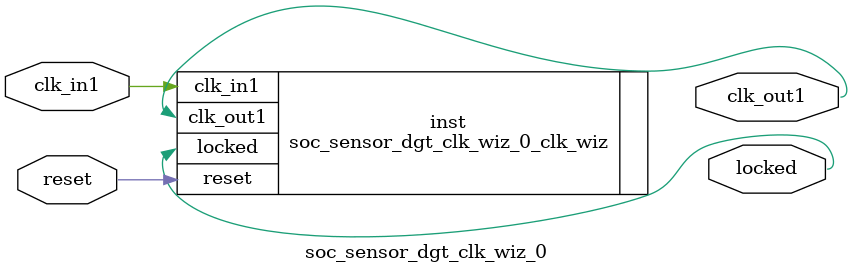
<source format=v>


`timescale 1ps/1ps

(* CORE_GENERATION_INFO = "soc_sensor_dgt_clk_wiz_0,clk_wiz_v6_0_15_0_0,{component_name=soc_sensor_dgt_clk_wiz_0,use_phase_alignment=true,use_min_o_jitter=false,use_max_i_jitter=false,use_dyn_phase_shift=false,use_inclk_switchover=false,use_dyn_reconfig=false,enable_axi=0,feedback_source=FDBK_AUTO,PRIMITIVE=MMCM,num_out_clk=1,clkin1_period=10.000,clkin2_period=10.000,use_power_down=false,use_reset=true,use_locked=true,use_inclk_stopped=false,feedback_type=SINGLE,CLOCK_MGR_TYPE=NA,manual_override=false}" *)

module soc_sensor_dgt_clk_wiz_0 
 (
  // Clock out ports
  output        clk_out1,
  // Status and control signals
  input         reset,
  output        locked,
 // Clock in ports
  input         clk_in1
 );

  soc_sensor_dgt_clk_wiz_0_clk_wiz inst
  (
  // Clock out ports  
  .clk_out1(clk_out1),
  // Status and control signals               
  .reset(reset), 
  .locked(locked),
 // Clock in ports
  .clk_in1(clk_in1)
  );

endmodule

</source>
